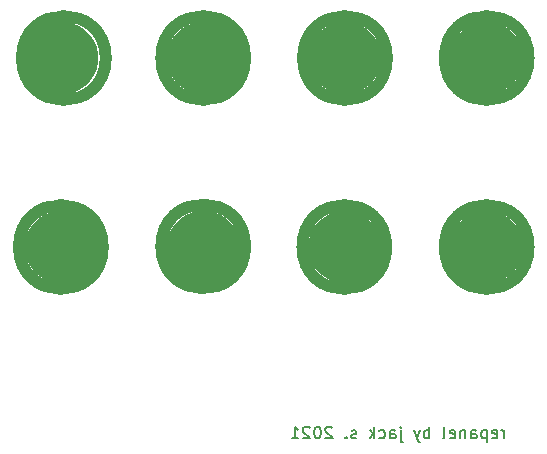
<source format=gbr>
G04 #@! TF.GenerationSoftware,KiCad,Pcbnew,(5.1.5-0)*
G04 #@! TF.CreationDate,2021-01-08T11:50:31-08:00*
G04 #@! TF.ProjectId,duallpg,6475616c-6c70-4672-9e6b-696361645f70,rev?*
G04 #@! TF.SameCoordinates,Original*
G04 #@! TF.FileFunction,Soldermask,Bot*
G04 #@! TF.FilePolarity,Negative*
%FSLAX46Y46*%
G04 Gerber Fmt 4.6, Leading zero omitted, Abs format (unit mm)*
G04 Created by KiCad (PCBNEW (5.1.5-0)) date 2021-01-08 11:50:31*
%MOMM*%
%LPD*%
G04 APERTURE LIST*
%ADD10C,0.150000*%
%ADD11C,1.000000*%
%ADD12C,0.100000*%
G04 APERTURE END LIST*
D10*
X144726190Y-21202380D02*
X144726190Y-20535714D01*
X144726190Y-20726190D02*
X144678571Y-20630952D01*
X144630952Y-20583333D01*
X144535714Y-20535714D01*
X144440476Y-20535714D01*
X143726190Y-21154761D02*
X143821428Y-21202380D01*
X144011904Y-21202380D01*
X144107142Y-21154761D01*
X144154761Y-21059523D01*
X144154761Y-20678571D01*
X144107142Y-20583333D01*
X144011904Y-20535714D01*
X143821428Y-20535714D01*
X143726190Y-20583333D01*
X143678571Y-20678571D01*
X143678571Y-20773809D01*
X144154761Y-20869047D01*
X143250000Y-20535714D02*
X143250000Y-21535714D01*
X143250000Y-20583333D02*
X143154761Y-20535714D01*
X142964285Y-20535714D01*
X142869047Y-20583333D01*
X142821428Y-20630952D01*
X142773809Y-20726190D01*
X142773809Y-21011904D01*
X142821428Y-21107142D01*
X142869047Y-21154761D01*
X142964285Y-21202380D01*
X143154761Y-21202380D01*
X143250000Y-21154761D01*
X141916666Y-21202380D02*
X141916666Y-20678571D01*
X141964285Y-20583333D01*
X142059523Y-20535714D01*
X142250000Y-20535714D01*
X142345238Y-20583333D01*
X141916666Y-21154761D02*
X142011904Y-21202380D01*
X142250000Y-21202380D01*
X142345238Y-21154761D01*
X142392857Y-21059523D01*
X142392857Y-20964285D01*
X142345238Y-20869047D01*
X142250000Y-20821428D01*
X142011904Y-20821428D01*
X141916666Y-20773809D01*
X141440476Y-20535714D02*
X141440476Y-21202380D01*
X141440476Y-20630952D02*
X141392857Y-20583333D01*
X141297619Y-20535714D01*
X141154761Y-20535714D01*
X141059523Y-20583333D01*
X141011904Y-20678571D01*
X141011904Y-21202380D01*
X140154761Y-21154761D02*
X140250000Y-21202380D01*
X140440476Y-21202380D01*
X140535714Y-21154761D01*
X140583333Y-21059523D01*
X140583333Y-20678571D01*
X140535714Y-20583333D01*
X140440476Y-20535714D01*
X140250000Y-20535714D01*
X140154761Y-20583333D01*
X140107142Y-20678571D01*
X140107142Y-20773809D01*
X140583333Y-20869047D01*
X139535714Y-21202380D02*
X139630952Y-21154761D01*
X139678571Y-21059523D01*
X139678571Y-20202380D01*
X138392857Y-21202380D02*
X138392857Y-20202380D01*
X138392857Y-20583333D02*
X138297619Y-20535714D01*
X138107142Y-20535714D01*
X138011904Y-20583333D01*
X137964285Y-20630952D01*
X137916666Y-20726190D01*
X137916666Y-21011904D01*
X137964285Y-21107142D01*
X138011904Y-21154761D01*
X138107142Y-21202380D01*
X138297619Y-21202380D01*
X138392857Y-21154761D01*
X137583333Y-20535714D02*
X137345238Y-21202380D01*
X137107142Y-20535714D02*
X137345238Y-21202380D01*
X137440476Y-21440476D01*
X137488095Y-21488095D01*
X137583333Y-21535714D01*
X135964285Y-20535714D02*
X135964285Y-21392857D01*
X136011904Y-21488095D01*
X136107142Y-21535714D01*
X136154761Y-21535714D01*
X135964285Y-20202380D02*
X136011904Y-20250000D01*
X135964285Y-20297619D01*
X135916666Y-20250000D01*
X135964285Y-20202380D01*
X135964285Y-20297619D01*
X135059523Y-21202380D02*
X135059523Y-20678571D01*
X135107142Y-20583333D01*
X135202380Y-20535714D01*
X135392857Y-20535714D01*
X135488095Y-20583333D01*
X135059523Y-21154761D02*
X135154761Y-21202380D01*
X135392857Y-21202380D01*
X135488095Y-21154761D01*
X135535714Y-21059523D01*
X135535714Y-20964285D01*
X135488095Y-20869047D01*
X135392857Y-20821428D01*
X135154761Y-20821428D01*
X135059523Y-20773809D01*
X134154761Y-21154761D02*
X134250000Y-21202380D01*
X134440476Y-21202380D01*
X134535714Y-21154761D01*
X134583333Y-21107142D01*
X134630952Y-21011904D01*
X134630952Y-20726190D01*
X134583333Y-20630952D01*
X134535714Y-20583333D01*
X134440476Y-20535714D01*
X134250000Y-20535714D01*
X134154761Y-20583333D01*
X133726190Y-21202380D02*
X133726190Y-20202380D01*
X133630952Y-20821428D02*
X133345238Y-21202380D01*
X133345238Y-20535714D02*
X133726190Y-20916666D01*
X132202380Y-21154761D02*
X132107142Y-21202380D01*
X131916666Y-21202380D01*
X131821428Y-21154761D01*
X131773809Y-21059523D01*
X131773809Y-21011904D01*
X131821428Y-20916666D01*
X131916666Y-20869047D01*
X132059523Y-20869047D01*
X132154761Y-20821428D01*
X132202380Y-20726190D01*
X132202380Y-20678571D01*
X132154761Y-20583333D01*
X132059523Y-20535714D01*
X131916666Y-20535714D01*
X131821428Y-20583333D01*
X131345238Y-21107142D02*
X131297619Y-21154761D01*
X131345238Y-21202380D01*
X131392857Y-21154761D01*
X131345238Y-21107142D01*
X131345238Y-21202380D01*
X130154761Y-20297619D02*
X130107142Y-20250000D01*
X130011904Y-20202380D01*
X129773809Y-20202380D01*
X129678571Y-20250000D01*
X129630952Y-20297619D01*
X129583333Y-20392857D01*
X129583333Y-20488095D01*
X129630952Y-20630952D01*
X130202380Y-21202380D01*
X129583333Y-21202380D01*
X128964285Y-20202380D02*
X128869047Y-20202380D01*
X128773809Y-20250000D01*
X128726190Y-20297619D01*
X128678571Y-20392857D01*
X128630952Y-20583333D01*
X128630952Y-20821428D01*
X128678571Y-21011904D01*
X128726190Y-21107142D01*
X128773809Y-21154761D01*
X128869047Y-21202380D01*
X128964285Y-21202380D01*
X129059523Y-21154761D01*
X129107142Y-21107142D01*
X129154761Y-21011904D01*
X129202380Y-20821428D01*
X129202380Y-20583333D01*
X129154761Y-20392857D01*
X129107142Y-20297619D01*
X129059523Y-20250000D01*
X128964285Y-20202380D01*
X128250000Y-20297619D02*
X128202380Y-20250000D01*
X128107142Y-20202380D01*
X127869047Y-20202380D01*
X127773809Y-20250000D01*
X127726190Y-20297619D01*
X127678571Y-20392857D01*
X127678571Y-20488095D01*
X127726190Y-20630952D01*
X128297619Y-21202380D01*
X127678571Y-21202380D01*
X126726190Y-21202380D02*
X127297619Y-21202380D01*
X127011904Y-21202380D02*
X127011904Y-20202380D01*
X127107142Y-20345238D01*
X127202380Y-20440476D01*
X127297619Y-20488095D01*
D11*
X146800000Y-5000000D02*
G75*
G03X146800000Y-5000000I-3550000J0D01*
G01*
X146800000Y11000000D02*
G75*
G03X146800000Y11000000I-3550000J0D01*
G01*
X134800000Y11000000D02*
G75*
G03X134800000Y11000000I-3550000J0D01*
G01*
X134750000Y-5000000D02*
G75*
G03X134750000Y-5000000I-3550000J0D01*
G01*
X122800000Y-4950000D02*
G75*
G03X122800000Y-4950000I-3550000J0D01*
G01*
X122800000Y11000000D02*
G75*
G03X122800000Y11000000I-3550000J0D01*
G01*
X111000000Y11000000D02*
G75*
G03X111000000Y11000000I-3550000J0D01*
G01*
X110750000Y-5000000D02*
G75*
G03X110750000Y-5000000I-3550000J0D01*
G01*
D12*
G36*
X143854975Y-1958585D02*
G01*
X144154528Y-2018170D01*
X144718874Y-2251930D01*
X145226772Y-2591296D01*
X145658704Y-3023228D01*
X145998070Y-3531126D01*
X146231830Y-4095472D01*
X146351000Y-4694578D01*
X146351000Y-5305422D01*
X146231830Y-5904528D01*
X145998070Y-6468874D01*
X145658704Y-6976772D01*
X145226772Y-7408704D01*
X144718874Y-7748070D01*
X144154528Y-7981830D01*
X143854975Y-8041415D01*
X143555423Y-8101000D01*
X142944577Y-8101000D01*
X142645025Y-8041415D01*
X142345472Y-7981830D01*
X141781126Y-7748070D01*
X141273228Y-7408704D01*
X140841296Y-6976772D01*
X140501930Y-6468874D01*
X140268170Y-5904528D01*
X140149000Y-5305422D01*
X140149000Y-4694578D01*
X140268170Y-4095472D01*
X140501930Y-3531126D01*
X140841296Y-3023228D01*
X141273228Y-2591296D01*
X141781126Y-2251930D01*
X142345472Y-2018170D01*
X142645025Y-1958585D01*
X142944577Y-1899000D01*
X143555423Y-1899000D01*
X143854975Y-1958585D01*
G37*
G36*
X131854975Y-1958585D02*
G01*
X132154528Y-2018170D01*
X132718874Y-2251930D01*
X133226772Y-2591296D01*
X133658704Y-3023228D01*
X133998070Y-3531126D01*
X134231830Y-4095472D01*
X134351000Y-4694578D01*
X134351000Y-5305422D01*
X134231830Y-5904528D01*
X133998070Y-6468874D01*
X133658704Y-6976772D01*
X133226772Y-7408704D01*
X132718874Y-7748070D01*
X132154528Y-7981830D01*
X131854975Y-8041415D01*
X131555423Y-8101000D01*
X130944577Y-8101000D01*
X130645025Y-8041415D01*
X130345472Y-7981830D01*
X129781126Y-7748070D01*
X129273228Y-7408704D01*
X128841296Y-6976772D01*
X128501930Y-6468874D01*
X128268170Y-5904528D01*
X128149000Y-5305422D01*
X128149000Y-4694578D01*
X128268170Y-4095472D01*
X128501930Y-3531126D01*
X128841296Y-3023228D01*
X129273228Y-2591296D01*
X129781126Y-2251930D01*
X130345472Y-2018170D01*
X130645025Y-1958585D01*
X130944577Y-1899000D01*
X131555423Y-1899000D01*
X131854975Y-1958585D01*
G37*
G36*
X119854975Y-1958585D02*
G01*
X120154528Y-2018170D01*
X120718874Y-2251930D01*
X121226772Y-2591296D01*
X121658704Y-3023228D01*
X121998070Y-3531126D01*
X122231830Y-4095472D01*
X122351000Y-4694578D01*
X122351000Y-5305422D01*
X122231830Y-5904528D01*
X121998070Y-6468874D01*
X121658704Y-6976772D01*
X121226772Y-7408704D01*
X120718874Y-7748070D01*
X120154528Y-7981830D01*
X119854975Y-8041415D01*
X119555423Y-8101000D01*
X118944577Y-8101000D01*
X118645025Y-8041415D01*
X118345472Y-7981830D01*
X117781126Y-7748070D01*
X117273228Y-7408704D01*
X116841296Y-6976772D01*
X116501930Y-6468874D01*
X116268170Y-5904528D01*
X116149000Y-5305422D01*
X116149000Y-4694578D01*
X116268170Y-4095472D01*
X116501930Y-3531126D01*
X116841296Y-3023228D01*
X117273228Y-2591296D01*
X117781126Y-2251930D01*
X118345472Y-2018170D01*
X118645025Y-1958585D01*
X118944577Y-1899000D01*
X119555423Y-1899000D01*
X119854975Y-1958585D01*
G37*
G36*
X107854975Y-1958585D02*
G01*
X108154528Y-2018170D01*
X108718874Y-2251930D01*
X109226772Y-2591296D01*
X109658704Y-3023228D01*
X109998070Y-3531126D01*
X110231830Y-4095472D01*
X110351000Y-4694578D01*
X110351000Y-5305422D01*
X110231830Y-5904528D01*
X109998070Y-6468874D01*
X109658704Y-6976772D01*
X109226772Y-7408704D01*
X108718874Y-7748070D01*
X108154528Y-7981830D01*
X107854975Y-8041415D01*
X107555423Y-8101000D01*
X106944577Y-8101000D01*
X106645025Y-8041415D01*
X106345472Y-7981830D01*
X105781126Y-7748070D01*
X105273228Y-7408704D01*
X104841296Y-6976772D01*
X104501930Y-6468874D01*
X104268170Y-5904528D01*
X104149000Y-5305422D01*
X104149000Y-4694578D01*
X104268170Y-4095472D01*
X104501930Y-3531126D01*
X104841296Y-3023228D01*
X105273228Y-2591296D01*
X105781126Y-2251930D01*
X106345472Y-2018170D01*
X106645025Y-1958585D01*
X106944577Y-1899000D01*
X107555423Y-1899000D01*
X107854975Y-1958585D01*
G37*
G36*
X143854975Y14041415D02*
G01*
X144154528Y13981830D01*
X144718874Y13748070D01*
X145226772Y13408704D01*
X145658704Y12976772D01*
X145998070Y12468874D01*
X146231830Y11904528D01*
X146351000Y11305422D01*
X146351000Y10694578D01*
X146231830Y10095472D01*
X145998070Y9531126D01*
X145658704Y9023228D01*
X145226772Y8591296D01*
X144718874Y8251930D01*
X144154528Y8018170D01*
X143854975Y7958585D01*
X143555423Y7899000D01*
X142944577Y7899000D01*
X142645025Y7958585D01*
X142345472Y8018170D01*
X141781126Y8251930D01*
X141273228Y8591296D01*
X140841296Y9023228D01*
X140501930Y9531126D01*
X140268170Y10095472D01*
X140149000Y10694578D01*
X140149000Y11305422D01*
X140268170Y11904528D01*
X140501930Y12468874D01*
X140841296Y12976772D01*
X141273228Y13408704D01*
X141781126Y13748070D01*
X142345472Y13981830D01*
X142645025Y14041415D01*
X142944577Y14101000D01*
X143555423Y14101000D01*
X143854975Y14041415D01*
G37*
G36*
X131854975Y14041415D02*
G01*
X132154528Y13981830D01*
X132718874Y13748070D01*
X133226772Y13408704D01*
X133658704Y12976772D01*
X133998070Y12468874D01*
X134231830Y11904528D01*
X134351000Y11305422D01*
X134351000Y10694578D01*
X134231830Y10095472D01*
X133998070Y9531126D01*
X133658704Y9023228D01*
X133226772Y8591296D01*
X132718874Y8251930D01*
X132154528Y8018170D01*
X131854975Y7958585D01*
X131555423Y7899000D01*
X130944577Y7899000D01*
X130645025Y7958585D01*
X130345472Y8018170D01*
X129781126Y8251930D01*
X129273228Y8591296D01*
X128841296Y9023228D01*
X128501930Y9531126D01*
X128268170Y10095472D01*
X128149000Y10694578D01*
X128149000Y11305422D01*
X128268170Y11904528D01*
X128501930Y12468874D01*
X128841296Y12976772D01*
X129273228Y13408704D01*
X129781126Y13748070D01*
X130345472Y13981830D01*
X130645025Y14041415D01*
X130944577Y14101000D01*
X131555423Y14101000D01*
X131854975Y14041415D01*
G37*
G36*
X119854975Y14041415D02*
G01*
X120154528Y13981830D01*
X120718874Y13748070D01*
X121226772Y13408704D01*
X121658704Y12976772D01*
X121998070Y12468874D01*
X122231830Y11904528D01*
X122351000Y11305422D01*
X122351000Y10694578D01*
X122231830Y10095472D01*
X121998070Y9531126D01*
X121658704Y9023228D01*
X121226772Y8591296D01*
X120718874Y8251930D01*
X120154528Y8018170D01*
X119854975Y7958585D01*
X119555423Y7899000D01*
X118944577Y7899000D01*
X118645025Y7958585D01*
X118345472Y8018170D01*
X117781126Y8251930D01*
X117273228Y8591296D01*
X116841296Y9023228D01*
X116501930Y9531126D01*
X116268170Y10095472D01*
X116149000Y10694578D01*
X116149000Y11305422D01*
X116268170Y11904528D01*
X116501930Y12468874D01*
X116841296Y12976772D01*
X117273228Y13408704D01*
X117781126Y13748070D01*
X118345472Y13981830D01*
X118645025Y14041415D01*
X118944577Y14101000D01*
X119555423Y14101000D01*
X119854975Y14041415D01*
G37*
G36*
X107854975Y14041415D02*
G01*
X108154528Y13981830D01*
X108718874Y13748070D01*
X109226772Y13408704D01*
X109658704Y12976772D01*
X109998070Y12468874D01*
X110231830Y11904528D01*
X110351000Y11305422D01*
X110351000Y10694578D01*
X110231830Y10095472D01*
X109998070Y9531126D01*
X109658704Y9023228D01*
X109226772Y8591296D01*
X108718874Y8251930D01*
X108154528Y8018170D01*
X107854975Y7958585D01*
X107555423Y7899000D01*
X106944577Y7899000D01*
X106645025Y7958585D01*
X106345472Y8018170D01*
X105781126Y8251930D01*
X105273228Y8591296D01*
X104841296Y9023228D01*
X104501930Y9531126D01*
X104268170Y10095472D01*
X104149000Y10694578D01*
X104149000Y11305422D01*
X104268170Y11904528D01*
X104501930Y12468874D01*
X104841296Y12976772D01*
X105273228Y13408704D01*
X105781126Y13748070D01*
X106345472Y13981830D01*
X106645025Y14041415D01*
X106944577Y14101000D01*
X107555423Y14101000D01*
X107854975Y14041415D01*
G37*
M02*

</source>
